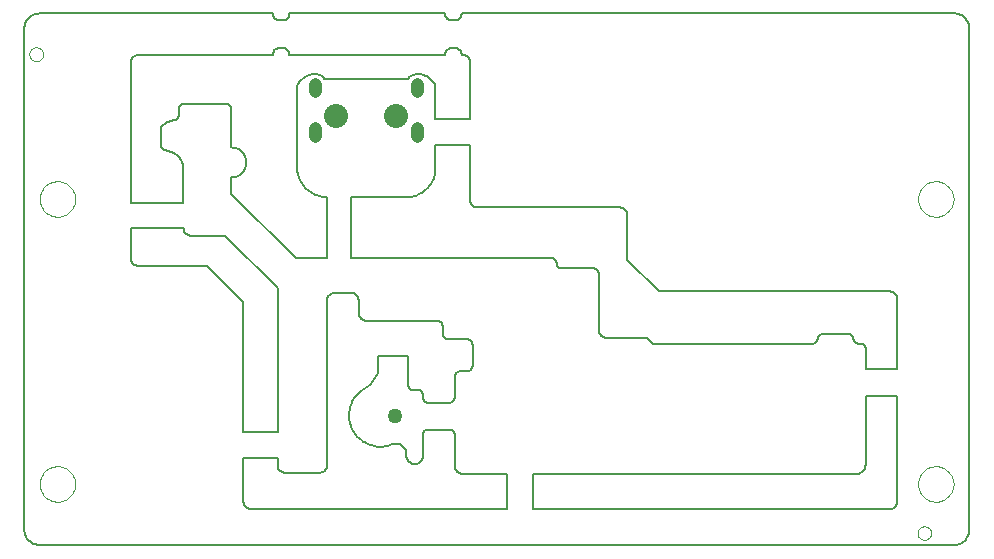
<source format=gbp>
G75*
G70*
%OFA0B0*%
%FSLAX24Y24*%
%IPPOS*%
%LPD*%
%AMOC8*
5,1,8,0,0,1.08239X$1,22.5*
%
%ADD10C,0.0050*%
%ADD11C,0.0000*%
%ADD12C,0.0004*%
%ADD13C,0.0433*%
%ADD14C,0.0500*%
%ADD15C,0.0800*%
D10*
X001427Y000927D02*
X031912Y000927D01*
X031957Y000928D01*
X032000Y000934D01*
X032044Y000943D01*
X032086Y000956D01*
X032127Y000972D01*
X032166Y000992D01*
X032204Y001015D01*
X032239Y001042D01*
X032272Y001071D01*
X032302Y001104D01*
X032329Y001138D01*
X032353Y001175D01*
X032374Y001214D01*
X032392Y001255D01*
X032405Y001297D01*
X032415Y001340D01*
X032422Y001383D01*
X032424Y001427D01*
X032423Y001427D02*
X032423Y018144D01*
X032424Y018145D02*
X032421Y018188D01*
X032415Y018232D01*
X032405Y018275D01*
X032391Y018317D01*
X032374Y018357D01*
X032353Y018396D01*
X032329Y018433D01*
X032302Y018468D01*
X032271Y018500D01*
X032239Y018529D01*
X032203Y018555D01*
X032166Y018579D01*
X032127Y018598D01*
X032086Y018615D01*
X032043Y018627D01*
X032000Y018636D01*
X031957Y018642D01*
X031912Y018643D01*
X031912Y018642D02*
X015500Y018642D01*
X015500Y018614D01*
X015496Y018586D01*
X015489Y018559D01*
X015478Y018533D01*
X015464Y018509D01*
X015447Y018487D01*
X015427Y018467D01*
X015405Y018450D01*
X015381Y018436D01*
X015355Y018425D01*
X015328Y018418D01*
X015300Y018414D01*
X015150Y018414D01*
X015122Y018418D01*
X015095Y018425D01*
X015069Y018436D01*
X015045Y018450D01*
X015023Y018467D01*
X015003Y018487D01*
X014986Y018509D01*
X014972Y018533D01*
X014961Y018559D01*
X014954Y018586D01*
X014950Y018614D01*
X014950Y018642D01*
X009762Y018642D01*
X009762Y018614D01*
X009758Y018586D01*
X009751Y018559D01*
X009740Y018533D01*
X009726Y018509D01*
X009709Y018487D01*
X009689Y018467D01*
X009667Y018450D01*
X009643Y018436D01*
X009617Y018425D01*
X009590Y018418D01*
X009562Y018414D01*
X009412Y018414D01*
X009413Y018414D02*
X009384Y018418D01*
X009357Y018425D01*
X009331Y018435D01*
X009306Y018449D01*
X009283Y018466D01*
X009263Y018486D01*
X009245Y018508D01*
X009231Y018533D01*
X009219Y018559D01*
X009212Y018586D01*
X009208Y018614D01*
X009207Y018642D01*
X001427Y018642D01*
X001383Y018640D01*
X001340Y018635D01*
X001298Y018625D01*
X001256Y018612D01*
X001216Y018596D01*
X001177Y018576D01*
X001141Y018552D01*
X001106Y018526D01*
X001074Y018497D01*
X001044Y018465D01*
X001018Y018430D01*
X000994Y018393D01*
X000974Y018355D01*
X000957Y018315D01*
X000944Y018273D01*
X000935Y018231D01*
X000929Y018187D01*
X000927Y018144D01*
X000927Y001427D01*
X000929Y001383D01*
X000935Y001340D01*
X000944Y001298D01*
X000957Y001256D01*
X000974Y001216D01*
X000994Y001177D01*
X001017Y001140D01*
X001044Y001106D01*
X001073Y001073D01*
X001106Y001044D01*
X001140Y001017D01*
X001177Y000994D01*
X001216Y000974D01*
X001256Y000957D01*
X001298Y000944D01*
X001340Y000935D01*
X001383Y000929D01*
X001427Y000927D01*
X008225Y002376D02*
X008225Y003826D01*
X009365Y003826D01*
X009365Y003586D01*
X009367Y003556D01*
X009372Y003526D01*
X009381Y003497D01*
X009394Y003470D01*
X009409Y003444D01*
X009428Y003420D01*
X009449Y003399D01*
X009473Y003380D01*
X009499Y003365D01*
X009526Y003352D01*
X009555Y003343D01*
X009585Y003338D01*
X009615Y003336D01*
X010765Y003336D01*
X010795Y003338D01*
X010825Y003343D01*
X010854Y003352D01*
X010881Y003365D01*
X010907Y003380D01*
X010931Y003399D01*
X010952Y003420D01*
X010971Y003444D01*
X010986Y003470D01*
X010999Y003497D01*
X011008Y003526D01*
X011013Y003556D01*
X011015Y003586D01*
X011015Y009086D01*
X011017Y009116D01*
X011022Y009146D01*
X011031Y009175D01*
X011044Y009202D01*
X011059Y009228D01*
X011078Y009252D01*
X011099Y009273D01*
X011123Y009292D01*
X011149Y009307D01*
X011176Y009320D01*
X011205Y009329D01*
X011235Y009334D01*
X011265Y009336D01*
X011815Y009336D01*
X011845Y009334D01*
X011875Y009329D01*
X011904Y009320D01*
X011931Y009307D01*
X011957Y009292D01*
X011981Y009273D01*
X012002Y009252D01*
X012021Y009228D01*
X012036Y009202D01*
X012049Y009175D01*
X012058Y009146D01*
X012063Y009116D01*
X012065Y009086D01*
X012065Y008686D01*
X012067Y008652D01*
X012073Y008619D01*
X012082Y008587D01*
X012095Y008556D01*
X012111Y008526D01*
X012130Y008499D01*
X012153Y008474D01*
X012178Y008451D01*
X012205Y008432D01*
X012235Y008416D01*
X012266Y008403D01*
X012298Y008394D01*
X012331Y008388D01*
X012365Y008386D01*
X014715Y008386D01*
X014738Y008384D01*
X014761Y008379D01*
X014783Y008370D01*
X014803Y008357D01*
X014821Y008342D01*
X014836Y008324D01*
X014849Y008304D01*
X014858Y008282D01*
X014863Y008259D01*
X014865Y008236D01*
X014865Y007986D01*
X014865Y007985D02*
X014868Y007957D01*
X014876Y007930D01*
X014887Y007904D01*
X014901Y007880D01*
X014919Y007858D01*
X014939Y007838D01*
X014961Y007821D01*
X014986Y007807D01*
X015012Y007796D01*
X015039Y007789D01*
X015067Y007785D01*
X015096Y007786D01*
X015665Y007786D01*
X015691Y007784D01*
X015717Y007779D01*
X015742Y007771D01*
X015765Y007759D01*
X015787Y007745D01*
X015806Y007727D01*
X015824Y007708D01*
X015838Y007686D01*
X015850Y007663D01*
X015858Y007638D01*
X015863Y007612D01*
X015865Y007586D01*
X015865Y006896D01*
X015861Y006869D01*
X015854Y006843D01*
X015843Y006818D01*
X015829Y006795D01*
X015812Y006774D01*
X015792Y006756D01*
X015769Y006741D01*
X015745Y006729D01*
X015719Y006721D01*
X015692Y006717D01*
X015665Y006716D01*
X015465Y006716D01*
X015439Y006714D01*
X015413Y006709D01*
X015388Y006701D01*
X015365Y006689D01*
X015343Y006675D01*
X015324Y006657D01*
X015306Y006638D01*
X015292Y006616D01*
X015280Y006593D01*
X015272Y006568D01*
X015267Y006542D01*
X015265Y006516D01*
X015265Y005830D01*
X015262Y005806D01*
X015256Y005784D01*
X015247Y005762D01*
X015235Y005742D01*
X015220Y005724D01*
X015203Y005708D01*
X015183Y005695D01*
X015162Y005685D01*
X015140Y005678D01*
X015117Y005674D01*
X015094Y005673D01*
X015093Y005673D02*
X014360Y005673D01*
X014360Y005674D02*
X014337Y005678D01*
X014315Y005685D01*
X014294Y005695D01*
X014275Y005708D01*
X014258Y005724D01*
X014244Y005742D01*
X014232Y005762D01*
X014223Y005783D01*
X014217Y005805D01*
X014214Y005828D01*
X014215Y005851D01*
X014215Y005913D01*
X014215Y005914D02*
X014215Y005937D01*
X014211Y005960D01*
X014205Y005982D01*
X014195Y006003D01*
X014183Y006022D01*
X014168Y006039D01*
X014150Y006054D01*
X014131Y006067D01*
X014110Y006076D01*
X014088Y006082D01*
X014065Y006086D01*
X013875Y006086D01*
X013875Y006087D02*
X013852Y006090D01*
X013830Y006097D01*
X013809Y006107D01*
X013789Y006120D01*
X013772Y006136D01*
X013756Y006153D01*
X013744Y006173D01*
X013735Y006195D01*
X013728Y006217D01*
X013725Y006240D01*
X013726Y006264D01*
X013725Y006263D02*
X013725Y007213D01*
X012725Y007213D01*
X012725Y006713D01*
X012704Y006656D01*
X012681Y006600D01*
X012654Y006546D01*
X012624Y006493D01*
X012592Y006442D01*
X012556Y006393D01*
X012518Y006346D01*
X012478Y006301D01*
X012435Y006258D01*
X012389Y006218D01*
X012341Y006181D01*
X012292Y006146D01*
X012240Y006114D01*
X012187Y006085D01*
X012187Y006086D02*
X012137Y006048D01*
X012089Y006007D01*
X012044Y005963D01*
X012002Y005917D01*
X011962Y005868D01*
X011926Y005816D01*
X011893Y005763D01*
X011863Y005708D01*
X011836Y005651D01*
X011813Y005592D01*
X011794Y005532D01*
X011778Y005471D01*
X011766Y005410D01*
X011757Y005347D01*
X011753Y005284D01*
X011752Y005222D01*
X011755Y005159D01*
X011762Y005096D01*
X011773Y005034D01*
X011787Y004973D01*
X011805Y004913D01*
X011827Y004854D01*
X011852Y004796D01*
X011881Y004740D01*
X011913Y004686D01*
X011948Y004634D01*
X011986Y004584D01*
X012027Y004536D01*
X012072Y004491D01*
X012118Y004449D01*
X012167Y004410D01*
X012219Y004374D01*
X012272Y004341D01*
X012328Y004311D01*
X012385Y004285D01*
X012443Y004262D01*
X012503Y004243D01*
X012564Y004227D01*
X012626Y004215D01*
X012688Y004207D01*
X012751Y004203D01*
X012814Y004202D01*
X012877Y004206D01*
X012939Y004213D01*
X013001Y004224D01*
X013063Y004238D01*
X013123Y004256D01*
X013182Y004278D01*
X013239Y004304D01*
X013240Y004303D02*
X013460Y004303D01*
X013660Y004103D01*
X013660Y003903D01*
X013659Y003903D02*
X013661Y003871D01*
X013666Y003839D01*
X013676Y003808D01*
X013689Y003778D01*
X013705Y003750D01*
X013724Y003724D01*
X013746Y003701D01*
X013771Y003680D01*
X013798Y003662D01*
X013827Y003648D01*
X013857Y003637D01*
X013889Y003629D01*
X013921Y003625D01*
X013953Y003625D01*
X013985Y003629D01*
X014017Y003637D01*
X014047Y003648D01*
X014076Y003662D01*
X014103Y003680D01*
X014128Y003701D01*
X014150Y003724D01*
X014169Y003750D01*
X014185Y003778D01*
X014198Y003808D01*
X014208Y003839D01*
X014213Y003871D01*
X014215Y003903D01*
X014215Y004625D01*
X014218Y004648D01*
X014225Y004670D01*
X014235Y004691D01*
X014248Y004711D01*
X014263Y004728D01*
X014281Y004743D01*
X014301Y004755D01*
X014322Y004765D01*
X014345Y004771D01*
X014368Y004774D01*
X014391Y004773D01*
X015115Y004773D01*
X015138Y004770D01*
X015160Y004763D01*
X015180Y004754D01*
X015200Y004742D01*
X015217Y004727D01*
X015232Y004710D01*
X015245Y004691D01*
X015254Y004670D01*
X015261Y004648D01*
X015264Y004626D01*
X015265Y004603D01*
X015265Y003586D01*
X015267Y003552D01*
X015273Y003519D01*
X015282Y003487D01*
X015295Y003456D01*
X015311Y003426D01*
X015330Y003399D01*
X015353Y003374D01*
X015378Y003351D01*
X015405Y003332D01*
X015435Y003316D01*
X015466Y003303D01*
X015498Y003294D01*
X015531Y003288D01*
X015565Y003286D01*
X017025Y003286D01*
X017025Y002126D01*
X008475Y002126D01*
X008445Y002128D01*
X008415Y002133D01*
X008386Y002142D01*
X008359Y002155D01*
X008333Y002170D01*
X008309Y002189D01*
X008288Y002210D01*
X008269Y002234D01*
X008254Y002260D01*
X008241Y002287D01*
X008232Y002316D01*
X008227Y002346D01*
X008225Y002376D01*
X008225Y004676D02*
X009365Y004676D01*
X009365Y009486D01*
X007615Y011236D01*
X006515Y011236D01*
X006485Y011235D01*
X006455Y011237D01*
X006426Y011243D01*
X006398Y011252D01*
X006370Y011263D01*
X006344Y011278D01*
X006320Y011296D01*
X006299Y011316D01*
X006279Y011339D01*
X006262Y011364D01*
X006248Y011390D01*
X006237Y011418D01*
X006230Y011447D01*
X006225Y011476D01*
X004475Y011476D01*
X004475Y010476D01*
X004477Y010446D01*
X004482Y010416D01*
X004491Y010387D01*
X004504Y010360D01*
X004519Y010334D01*
X004538Y010310D01*
X004559Y010289D01*
X004583Y010270D01*
X004609Y010255D01*
X004636Y010242D01*
X004665Y010233D01*
X004695Y010228D01*
X004725Y010226D01*
X007025Y010226D01*
X008225Y009026D01*
X008225Y004676D01*
X017875Y003286D02*
X017875Y002126D01*
X029775Y002126D01*
X029805Y002128D01*
X029835Y002133D01*
X029864Y002142D01*
X029891Y002155D01*
X029917Y002170D01*
X029941Y002189D01*
X029962Y002210D01*
X029981Y002234D01*
X029996Y002260D01*
X030009Y002287D01*
X030018Y002316D01*
X030023Y002346D01*
X030025Y002376D01*
X030025Y005901D01*
X028965Y005901D01*
X028965Y003636D01*
X028966Y003602D01*
X028963Y003568D01*
X028957Y003534D01*
X028947Y003502D01*
X028934Y003470D01*
X028918Y003440D01*
X028898Y003412D01*
X028876Y003386D01*
X028851Y003363D01*
X028824Y003342D01*
X028795Y003324D01*
X028764Y003310D01*
X028732Y003298D01*
X028699Y003290D01*
X028665Y003286D01*
X017875Y003286D01*
X021865Y007636D02*
X021665Y007836D01*
X020325Y007836D01*
X020295Y007838D01*
X020265Y007843D01*
X020236Y007852D01*
X020209Y007865D01*
X020183Y007880D01*
X020159Y007899D01*
X020138Y007920D01*
X020119Y007944D01*
X020104Y007970D01*
X020091Y007997D01*
X020082Y008026D01*
X020077Y008056D01*
X020075Y008086D01*
X020075Y009955D01*
X020072Y009983D01*
X020066Y010009D01*
X020056Y010035D01*
X020043Y010059D01*
X020027Y010081D01*
X020008Y010101D01*
X019986Y010118D01*
X019963Y010132D01*
X019938Y010143D01*
X019912Y010151D01*
X019885Y010155D01*
X019858Y010156D01*
X019858Y010155D02*
X018821Y010155D01*
X018798Y010157D01*
X018776Y010162D01*
X018755Y010170D01*
X018735Y010182D01*
X018718Y010197D01*
X018703Y010214D01*
X018690Y010234D01*
X018681Y010255D01*
X018676Y010277D01*
X018674Y010300D01*
X018675Y010299D02*
X018674Y010325D01*
X018670Y010349D01*
X018663Y010374D01*
X018652Y010396D01*
X018638Y010417D01*
X018621Y010436D01*
X018602Y010452D01*
X018580Y010466D01*
X018557Y010476D01*
X018533Y010483D01*
X018508Y010486D01*
X011825Y010486D01*
X011825Y012524D01*
X013725Y012524D01*
X013724Y012525D02*
X013785Y012530D01*
X013846Y012540D01*
X013905Y012553D01*
X013964Y012570D01*
X014022Y012590D01*
X014078Y012615D01*
X014132Y012642D01*
X014185Y012673D01*
X014235Y012708D01*
X014283Y012745D01*
X014329Y012786D01*
X014372Y012829D01*
X014413Y012875D01*
X014450Y012924D01*
X014484Y012974D01*
X014515Y013027D01*
X014542Y013082D01*
X014566Y013138D01*
X014586Y013196D01*
X014603Y013255D01*
X014616Y013314D01*
X014625Y013375D01*
X014625Y013374D02*
X014625Y014264D01*
X015785Y014264D01*
X015785Y012426D01*
X015787Y012396D01*
X015792Y012366D01*
X015801Y012337D01*
X015814Y012310D01*
X015829Y012284D01*
X015848Y012260D01*
X015869Y012239D01*
X015893Y012220D01*
X015919Y012205D01*
X015946Y012192D01*
X015975Y012183D01*
X016005Y012178D01*
X016035Y012176D01*
X020775Y012176D01*
X020805Y012174D01*
X020835Y012169D01*
X020864Y012160D01*
X020891Y012147D01*
X020917Y012132D01*
X020941Y012113D01*
X020962Y012092D01*
X020981Y012068D01*
X020996Y012042D01*
X021009Y012015D01*
X021018Y011986D01*
X021023Y011956D01*
X021025Y011926D01*
X021025Y010436D01*
X022075Y009376D01*
X029775Y009376D01*
X029805Y009374D01*
X029835Y009369D01*
X029864Y009360D01*
X029891Y009347D01*
X029917Y009332D01*
X029941Y009313D01*
X029962Y009292D01*
X029981Y009268D01*
X029996Y009242D01*
X030009Y009215D01*
X030018Y009186D01*
X030023Y009156D01*
X030025Y009126D01*
X030025Y006801D01*
X028965Y006801D01*
X028965Y007455D01*
X028966Y007479D01*
X028964Y007502D01*
X028958Y007524D01*
X028949Y007546D01*
X028938Y007566D01*
X028923Y007584D01*
X028906Y007600D01*
X028887Y007614D01*
X028866Y007624D01*
X028844Y007632D01*
X028822Y007636D01*
X028821Y007636D02*
X028758Y007636D01*
X028732Y007635D01*
X028706Y007639D01*
X028680Y007646D01*
X028656Y007657D01*
X028634Y007671D01*
X028614Y007688D01*
X028596Y007708D01*
X028582Y007730D01*
X028570Y007753D01*
X028563Y007779D01*
X028559Y007805D01*
X028558Y007805D02*
X028556Y007828D01*
X028551Y007851D01*
X028542Y007873D01*
X028529Y007893D01*
X028514Y007911D01*
X028496Y007926D01*
X028476Y007939D01*
X028454Y007948D01*
X028431Y007953D01*
X028408Y007955D01*
X027521Y007955D01*
X027498Y007953D01*
X027475Y007948D01*
X027453Y007939D01*
X027433Y007926D01*
X027415Y007911D01*
X027400Y007893D01*
X027387Y007873D01*
X027378Y007851D01*
X027373Y007828D01*
X027371Y007805D01*
X027367Y007779D01*
X027360Y007753D01*
X027348Y007730D01*
X027334Y007708D01*
X027316Y007688D01*
X027296Y007671D01*
X027274Y007657D01*
X027250Y007646D01*
X027224Y007639D01*
X027198Y007635D01*
X027172Y007636D01*
X027171Y007636D02*
X021865Y007636D01*
X011025Y010486D02*
X011025Y012524D01*
X010975Y012524D01*
X010025Y013374D02*
X010025Y016238D01*
X010045Y016282D01*
X010069Y016324D01*
X010096Y016364D01*
X010126Y016402D01*
X010159Y016437D01*
X010195Y016470D01*
X010233Y016500D01*
X010273Y016527D01*
X010316Y016550D01*
X010360Y016570D01*
X010405Y016587D01*
X010452Y016600D01*
X010499Y016609D01*
X010547Y016614D01*
X010596Y016616D01*
X010644Y016614D01*
X010692Y016608D01*
X010739Y016598D01*
X010786Y016585D01*
X010831Y016568D01*
X010928Y016474D02*
X013718Y016474D01*
X013719Y016474D02*
X013730Y016494D01*
X013744Y016513D01*
X013760Y016530D01*
X013778Y016545D01*
X013798Y016558D01*
X013818Y016568D01*
X014625Y016238D02*
X014625Y015114D01*
X015785Y015114D01*
X015785Y017014D01*
X015784Y017044D01*
X015779Y017073D01*
X015771Y017101D01*
X015759Y017128D01*
X015744Y017154D01*
X015727Y017178D01*
X015706Y017199D01*
X015683Y017218D01*
X015658Y017234D01*
X015632Y017246D01*
X015603Y017256D01*
X015574Y017262D01*
X015545Y017264D01*
X015500Y017264D01*
X015500Y017292D01*
X015496Y017320D01*
X015489Y017347D01*
X015478Y017373D01*
X015464Y017397D01*
X015447Y017419D01*
X015427Y017439D01*
X015405Y017456D01*
X015381Y017470D01*
X015355Y017481D01*
X015328Y017488D01*
X015300Y017492D01*
X015150Y017492D01*
X015122Y017488D01*
X015095Y017481D01*
X015069Y017470D01*
X015045Y017456D01*
X015023Y017439D01*
X015003Y017419D01*
X014986Y017397D01*
X014972Y017373D01*
X014961Y017347D01*
X014954Y017320D01*
X014950Y017292D01*
X014950Y017264D01*
X009762Y017264D01*
X009762Y017292D01*
X009758Y017320D01*
X009751Y017347D01*
X009740Y017373D01*
X009726Y017397D01*
X009709Y017419D01*
X009689Y017439D01*
X009667Y017456D01*
X009643Y017470D01*
X009617Y017481D01*
X009590Y017488D01*
X009562Y017492D01*
X009412Y017492D01*
X009413Y017493D02*
X009384Y017489D01*
X009357Y017482D01*
X009331Y017472D01*
X009306Y017458D01*
X009283Y017441D01*
X009263Y017421D01*
X009245Y017399D01*
X009231Y017374D01*
X009219Y017348D01*
X009212Y017321D01*
X009208Y017293D01*
X009207Y017265D01*
X009207Y017264D02*
X004725Y017264D01*
X004695Y017262D01*
X004665Y017257D01*
X004636Y017248D01*
X004609Y017235D01*
X004583Y017220D01*
X004559Y017201D01*
X004538Y017180D01*
X004519Y017156D01*
X004504Y017130D01*
X004491Y017103D01*
X004482Y017074D01*
X004477Y017044D01*
X004475Y017014D01*
X004475Y012326D01*
X006225Y012326D01*
X006225Y013526D01*
X005925Y013976D02*
X005625Y014076D01*
X005599Y014085D01*
X005574Y014097D01*
X005551Y014113D01*
X005530Y014131D01*
X005512Y014152D01*
X005496Y014175D01*
X005484Y014200D01*
X005475Y014226D01*
X005475Y014826D01*
X005625Y014976D02*
X005925Y015076D01*
X006075Y015226D02*
X006075Y015476D01*
X006077Y015499D01*
X006082Y015522D01*
X006091Y015544D01*
X006104Y015564D01*
X006119Y015582D01*
X006137Y015597D01*
X006157Y015610D01*
X006179Y015619D01*
X006202Y015624D01*
X006225Y015626D01*
X007675Y015626D01*
X007698Y015624D01*
X007721Y015619D01*
X007743Y015610D01*
X007763Y015597D01*
X007781Y015582D01*
X007796Y015564D01*
X007809Y015544D01*
X007818Y015522D01*
X007823Y015499D01*
X007825Y015476D01*
X007825Y014176D01*
X007869Y014174D01*
X007912Y014168D01*
X007954Y014159D01*
X007996Y014146D01*
X008036Y014129D01*
X008075Y014109D01*
X008112Y014086D01*
X008146Y014059D01*
X008179Y014030D01*
X008208Y013997D01*
X008235Y013963D01*
X008258Y013926D01*
X008278Y013887D01*
X008295Y013847D01*
X008308Y013805D01*
X008317Y013763D01*
X008323Y013720D01*
X008325Y013676D01*
X008323Y013632D01*
X008317Y013589D01*
X008308Y013547D01*
X008295Y013505D01*
X008278Y013465D01*
X008258Y013426D01*
X008235Y013389D01*
X008208Y013355D01*
X008179Y013322D01*
X008146Y013293D01*
X008112Y013266D01*
X008075Y013243D01*
X008036Y013223D01*
X007996Y013206D01*
X007954Y013193D01*
X007912Y013184D01*
X007869Y013178D01*
X007825Y013176D01*
X007825Y012636D01*
X009965Y010486D01*
X011025Y010486D01*
X010974Y012524D02*
X010914Y012527D01*
X010855Y012535D01*
X010795Y012546D01*
X010737Y012560D01*
X010680Y012578D01*
X010623Y012600D01*
X010569Y012625D01*
X010515Y012653D01*
X010464Y012684D01*
X010415Y012719D01*
X010367Y012756D01*
X010322Y012796D01*
X010280Y012839D01*
X010240Y012884D01*
X010204Y012932D01*
X010170Y012982D01*
X010139Y013033D01*
X010111Y013087D01*
X010087Y013142D01*
X010066Y013198D01*
X010048Y013256D01*
X010034Y013315D01*
X010024Y013374D01*
X005625Y014976D02*
X005599Y014967D01*
X005574Y014955D01*
X005551Y014939D01*
X005530Y014921D01*
X005512Y014900D01*
X005496Y014877D01*
X005484Y014852D01*
X005475Y014826D01*
X005925Y015076D02*
X005954Y015089D01*
X005980Y015105D01*
X006005Y015124D01*
X006027Y015146D01*
X006046Y015171D01*
X006062Y015197D01*
X006075Y015226D01*
X005925Y013976D02*
X005963Y013950D01*
X006000Y013922D01*
X006035Y013891D01*
X006067Y013857D01*
X006097Y013822D01*
X006125Y013784D01*
X006149Y013744D01*
X006170Y013703D01*
X006189Y013660D01*
X006204Y013616D01*
X006216Y013571D01*
X006225Y013526D01*
X010831Y016568D02*
X010851Y016558D01*
X010870Y016545D01*
X010888Y016530D01*
X010903Y016513D01*
X010917Y016494D01*
X010928Y016474D01*
X013819Y016568D02*
X013864Y016585D01*
X013911Y016598D01*
X013958Y016608D01*
X014006Y016614D01*
X014054Y016616D01*
X014103Y016614D01*
X014151Y016609D01*
X014198Y016600D01*
X014245Y016587D01*
X014290Y016570D01*
X014334Y016550D01*
X014377Y016527D01*
X014417Y016500D01*
X014455Y016470D01*
X014491Y016437D01*
X014524Y016402D01*
X014554Y016364D01*
X014581Y016324D01*
X014605Y016282D01*
X014625Y016238D01*
D11*
X001440Y012459D02*
X001442Y012507D01*
X001448Y012555D01*
X001458Y012602D01*
X001471Y012648D01*
X001489Y012693D01*
X001509Y012737D01*
X001534Y012779D01*
X001562Y012818D01*
X001592Y012855D01*
X001626Y012889D01*
X001663Y012921D01*
X001701Y012950D01*
X001742Y012975D01*
X001785Y012997D01*
X001830Y013015D01*
X001876Y013029D01*
X001923Y013040D01*
X001971Y013047D01*
X002019Y013050D01*
X002067Y013049D01*
X002115Y013044D01*
X002163Y013035D01*
X002209Y013023D01*
X002254Y013006D01*
X002298Y012986D01*
X002340Y012963D01*
X002380Y012936D01*
X002418Y012906D01*
X002453Y012873D01*
X002485Y012837D01*
X002515Y012799D01*
X002541Y012758D01*
X002563Y012715D01*
X002583Y012671D01*
X002598Y012626D01*
X002610Y012579D01*
X002618Y012531D01*
X002622Y012483D01*
X002622Y012435D01*
X002618Y012387D01*
X002610Y012339D01*
X002598Y012292D01*
X002583Y012247D01*
X002563Y012203D01*
X002541Y012160D01*
X002515Y012119D01*
X002485Y012081D01*
X002453Y012045D01*
X002418Y012012D01*
X002380Y011982D01*
X002340Y011955D01*
X002298Y011932D01*
X002254Y011912D01*
X002209Y011895D01*
X002163Y011883D01*
X002115Y011874D01*
X002067Y011869D01*
X002019Y011868D01*
X001971Y011871D01*
X001923Y011878D01*
X001876Y011889D01*
X001830Y011903D01*
X001785Y011921D01*
X001742Y011943D01*
X001701Y011968D01*
X001663Y011997D01*
X001626Y012029D01*
X001592Y012063D01*
X001562Y012100D01*
X001534Y012139D01*
X001509Y012181D01*
X001489Y012225D01*
X001471Y012270D01*
X001458Y012316D01*
X001448Y012363D01*
X001442Y012411D01*
X001440Y012459D01*
X001094Y017283D02*
X001096Y017313D01*
X001102Y017342D01*
X001111Y017370D01*
X001124Y017396D01*
X001141Y017421D01*
X001160Y017444D01*
X001183Y017463D01*
X001207Y017480D01*
X001234Y017493D01*
X001262Y017502D01*
X001291Y017508D01*
X001321Y017510D01*
X001351Y017508D01*
X001380Y017502D01*
X001408Y017493D01*
X001434Y017480D01*
X001459Y017463D01*
X001482Y017444D01*
X001501Y017421D01*
X001518Y017397D01*
X001531Y017370D01*
X001540Y017342D01*
X001546Y017313D01*
X001548Y017283D01*
X001546Y017253D01*
X001540Y017224D01*
X001531Y017196D01*
X001518Y017170D01*
X001501Y017145D01*
X001482Y017122D01*
X001459Y017103D01*
X001435Y017086D01*
X001408Y017073D01*
X001380Y017064D01*
X001351Y017058D01*
X001321Y017056D01*
X001291Y017058D01*
X001262Y017064D01*
X001234Y017073D01*
X001208Y017086D01*
X001183Y017103D01*
X001160Y017122D01*
X001141Y017145D01*
X001124Y017169D01*
X001111Y017196D01*
X001102Y017224D01*
X001096Y017253D01*
X001094Y017283D01*
X001440Y002959D02*
X001442Y003007D01*
X001448Y003055D01*
X001458Y003102D01*
X001471Y003148D01*
X001489Y003193D01*
X001509Y003237D01*
X001534Y003279D01*
X001562Y003318D01*
X001592Y003355D01*
X001626Y003389D01*
X001663Y003421D01*
X001701Y003450D01*
X001742Y003475D01*
X001785Y003497D01*
X001830Y003515D01*
X001876Y003529D01*
X001923Y003540D01*
X001971Y003547D01*
X002019Y003550D01*
X002067Y003549D01*
X002115Y003544D01*
X002163Y003535D01*
X002209Y003523D01*
X002254Y003506D01*
X002298Y003486D01*
X002340Y003463D01*
X002380Y003436D01*
X002418Y003406D01*
X002453Y003373D01*
X002485Y003337D01*
X002515Y003299D01*
X002541Y003258D01*
X002563Y003215D01*
X002583Y003171D01*
X002598Y003126D01*
X002610Y003079D01*
X002618Y003031D01*
X002622Y002983D01*
X002622Y002935D01*
X002618Y002887D01*
X002610Y002839D01*
X002598Y002792D01*
X002583Y002747D01*
X002563Y002703D01*
X002541Y002660D01*
X002515Y002619D01*
X002485Y002581D01*
X002453Y002545D01*
X002418Y002512D01*
X002380Y002482D01*
X002340Y002455D01*
X002298Y002432D01*
X002254Y002412D01*
X002209Y002395D01*
X002163Y002383D01*
X002115Y002374D01*
X002067Y002369D01*
X002019Y002368D01*
X001971Y002371D01*
X001923Y002378D01*
X001876Y002389D01*
X001830Y002403D01*
X001785Y002421D01*
X001742Y002443D01*
X001701Y002468D01*
X001663Y002497D01*
X001626Y002529D01*
X001592Y002563D01*
X001562Y002600D01*
X001534Y002639D01*
X001509Y002681D01*
X001489Y002725D01*
X001471Y002770D01*
X001458Y002816D01*
X001448Y002863D01*
X001442Y002911D01*
X001440Y002959D01*
X030698Y001321D02*
X030700Y001351D01*
X030706Y001380D01*
X030715Y001408D01*
X030728Y001434D01*
X030745Y001459D01*
X030764Y001482D01*
X030787Y001501D01*
X030811Y001518D01*
X030838Y001531D01*
X030866Y001540D01*
X030895Y001546D01*
X030925Y001548D01*
X030955Y001546D01*
X030984Y001540D01*
X031012Y001531D01*
X031038Y001518D01*
X031063Y001501D01*
X031086Y001482D01*
X031105Y001459D01*
X031122Y001435D01*
X031135Y001408D01*
X031144Y001380D01*
X031150Y001351D01*
X031152Y001321D01*
X031150Y001291D01*
X031144Y001262D01*
X031135Y001234D01*
X031122Y001208D01*
X031105Y001183D01*
X031086Y001160D01*
X031063Y001141D01*
X031039Y001124D01*
X031012Y001111D01*
X030984Y001102D01*
X030955Y001096D01*
X030925Y001094D01*
X030895Y001096D01*
X030866Y001102D01*
X030838Y001111D01*
X030812Y001124D01*
X030787Y001141D01*
X030764Y001160D01*
X030745Y001183D01*
X030728Y001207D01*
X030715Y001234D01*
X030706Y001262D01*
X030700Y001291D01*
X030698Y001321D01*
X030718Y002959D02*
X030720Y003007D01*
X030726Y003055D01*
X030736Y003102D01*
X030749Y003148D01*
X030767Y003193D01*
X030787Y003237D01*
X030812Y003279D01*
X030840Y003318D01*
X030870Y003355D01*
X030904Y003389D01*
X030941Y003421D01*
X030979Y003450D01*
X031020Y003475D01*
X031063Y003497D01*
X031108Y003515D01*
X031154Y003529D01*
X031201Y003540D01*
X031249Y003547D01*
X031297Y003550D01*
X031345Y003549D01*
X031393Y003544D01*
X031441Y003535D01*
X031487Y003523D01*
X031532Y003506D01*
X031576Y003486D01*
X031618Y003463D01*
X031658Y003436D01*
X031696Y003406D01*
X031731Y003373D01*
X031763Y003337D01*
X031793Y003299D01*
X031819Y003258D01*
X031841Y003215D01*
X031861Y003171D01*
X031876Y003126D01*
X031888Y003079D01*
X031896Y003031D01*
X031900Y002983D01*
X031900Y002935D01*
X031896Y002887D01*
X031888Y002839D01*
X031876Y002792D01*
X031861Y002747D01*
X031841Y002703D01*
X031819Y002660D01*
X031793Y002619D01*
X031763Y002581D01*
X031731Y002545D01*
X031696Y002512D01*
X031658Y002482D01*
X031618Y002455D01*
X031576Y002432D01*
X031532Y002412D01*
X031487Y002395D01*
X031441Y002383D01*
X031393Y002374D01*
X031345Y002369D01*
X031297Y002368D01*
X031249Y002371D01*
X031201Y002378D01*
X031154Y002389D01*
X031108Y002403D01*
X031063Y002421D01*
X031020Y002443D01*
X030979Y002468D01*
X030941Y002497D01*
X030904Y002529D01*
X030870Y002563D01*
X030840Y002600D01*
X030812Y002639D01*
X030787Y002681D01*
X030767Y002725D01*
X030749Y002770D01*
X030736Y002816D01*
X030726Y002863D01*
X030720Y002911D01*
X030718Y002959D01*
X030718Y012459D02*
X030720Y012507D01*
X030726Y012555D01*
X030736Y012602D01*
X030749Y012648D01*
X030767Y012693D01*
X030787Y012737D01*
X030812Y012779D01*
X030840Y012818D01*
X030870Y012855D01*
X030904Y012889D01*
X030941Y012921D01*
X030979Y012950D01*
X031020Y012975D01*
X031063Y012997D01*
X031108Y013015D01*
X031154Y013029D01*
X031201Y013040D01*
X031249Y013047D01*
X031297Y013050D01*
X031345Y013049D01*
X031393Y013044D01*
X031441Y013035D01*
X031487Y013023D01*
X031532Y013006D01*
X031576Y012986D01*
X031618Y012963D01*
X031658Y012936D01*
X031696Y012906D01*
X031731Y012873D01*
X031763Y012837D01*
X031793Y012799D01*
X031819Y012758D01*
X031841Y012715D01*
X031861Y012671D01*
X031876Y012626D01*
X031888Y012579D01*
X031896Y012531D01*
X031900Y012483D01*
X031900Y012435D01*
X031896Y012387D01*
X031888Y012339D01*
X031876Y012292D01*
X031861Y012247D01*
X031841Y012203D01*
X031819Y012160D01*
X031793Y012119D01*
X031763Y012081D01*
X031731Y012045D01*
X031696Y012012D01*
X031658Y011982D01*
X031618Y011955D01*
X031576Y011932D01*
X031532Y011912D01*
X031487Y011895D01*
X031441Y011883D01*
X031393Y011874D01*
X031345Y011869D01*
X031297Y011868D01*
X031249Y011871D01*
X031201Y011878D01*
X031154Y011889D01*
X031108Y011903D01*
X031063Y011921D01*
X031020Y011943D01*
X030979Y011968D01*
X030941Y011997D01*
X030904Y012029D01*
X030870Y012063D01*
X030840Y012100D01*
X030812Y012139D01*
X030787Y012181D01*
X030767Y012225D01*
X030749Y012270D01*
X030736Y012316D01*
X030726Y012363D01*
X030720Y012411D01*
X030718Y012459D01*
D12*
X014134Y014566D02*
X014134Y014810D01*
X014132Y014830D01*
X014127Y014849D01*
X014118Y014867D01*
X014106Y014883D01*
X014091Y014896D01*
X014074Y014907D01*
X014056Y014914D01*
X014036Y014918D01*
X014016Y014918D01*
X013996Y014914D01*
X013978Y014907D01*
X013961Y014896D01*
X013946Y014883D01*
X013934Y014867D01*
X013925Y014849D01*
X013920Y014830D01*
X013918Y014810D01*
X013917Y014810D02*
X013917Y014566D01*
X013918Y014566D02*
X013920Y014546D01*
X013925Y014527D01*
X013934Y014509D01*
X013946Y014493D01*
X013961Y014480D01*
X013978Y014469D01*
X013996Y014462D01*
X014016Y014458D01*
X014036Y014458D01*
X014056Y014462D01*
X014074Y014469D01*
X014091Y014480D01*
X014106Y014493D01*
X014118Y014509D01*
X014127Y014527D01*
X014132Y014546D01*
X014134Y014566D01*
X014134Y016062D02*
X014134Y016306D01*
X014132Y016326D01*
X014127Y016345D01*
X014118Y016363D01*
X014106Y016379D01*
X014091Y016392D01*
X014074Y016403D01*
X014056Y016410D01*
X014036Y016414D01*
X014016Y016414D01*
X013996Y016410D01*
X013978Y016403D01*
X013961Y016392D01*
X013946Y016379D01*
X013934Y016363D01*
X013925Y016345D01*
X013920Y016326D01*
X013918Y016306D01*
X013917Y016306D02*
X013917Y016062D01*
X013918Y016062D02*
X013920Y016042D01*
X013925Y016023D01*
X013934Y016005D01*
X013946Y015989D01*
X013961Y015976D01*
X013978Y015965D01*
X013996Y015958D01*
X014016Y015954D01*
X014036Y015954D01*
X014056Y015958D01*
X014074Y015965D01*
X014091Y015976D01*
X014106Y015989D01*
X014118Y016005D01*
X014127Y016023D01*
X014132Y016042D01*
X014134Y016062D01*
X010732Y016062D02*
X010732Y016306D01*
X010730Y016326D01*
X010725Y016345D01*
X010716Y016363D01*
X010704Y016379D01*
X010689Y016392D01*
X010672Y016403D01*
X010654Y016410D01*
X010634Y016414D01*
X010614Y016414D01*
X010594Y016410D01*
X010576Y016403D01*
X010559Y016392D01*
X010544Y016379D01*
X010532Y016363D01*
X010523Y016345D01*
X010518Y016326D01*
X010516Y016306D01*
X010516Y016062D01*
X010518Y016042D01*
X010523Y016023D01*
X010532Y016005D01*
X010544Y015989D01*
X010559Y015976D01*
X010576Y015965D01*
X010594Y015958D01*
X010614Y015954D01*
X010634Y015954D01*
X010654Y015958D01*
X010672Y015965D01*
X010689Y015976D01*
X010704Y015989D01*
X010716Y016005D01*
X010725Y016023D01*
X010730Y016042D01*
X010732Y016062D01*
X010732Y014810D02*
X010732Y014566D01*
X010730Y014546D01*
X010725Y014527D01*
X010716Y014509D01*
X010704Y014493D01*
X010689Y014480D01*
X010672Y014469D01*
X010654Y014462D01*
X010634Y014458D01*
X010614Y014458D01*
X010594Y014462D01*
X010576Y014469D01*
X010559Y014480D01*
X010544Y014493D01*
X010532Y014509D01*
X010523Y014527D01*
X010518Y014546D01*
X010516Y014566D01*
X010516Y014810D01*
X010518Y014830D01*
X010523Y014849D01*
X010532Y014867D01*
X010544Y014883D01*
X010559Y014896D01*
X010576Y014907D01*
X010594Y014914D01*
X010614Y014918D01*
X010634Y014918D01*
X010654Y014914D01*
X010672Y014907D01*
X010689Y014896D01*
X010704Y014883D01*
X010716Y014867D01*
X010725Y014849D01*
X010730Y014830D01*
X010732Y014810D01*
D13*
X010624Y014808D02*
X010624Y014808D01*
X010624Y014572D01*
X010624Y014572D01*
X010624Y014808D01*
X010624Y016304D02*
X010624Y016304D01*
X010624Y016068D01*
X010624Y016068D01*
X010624Y016304D01*
X014026Y016304D02*
X014026Y016304D01*
X014026Y016068D01*
X014026Y016068D01*
X014026Y016304D01*
X014026Y014808D02*
X014026Y014808D01*
X014026Y014572D01*
X014026Y014572D01*
X014026Y014808D01*
D14*
X013265Y005216D03*
D15*
X013325Y015224D03*
X011325Y015224D03*
M02*

</source>
